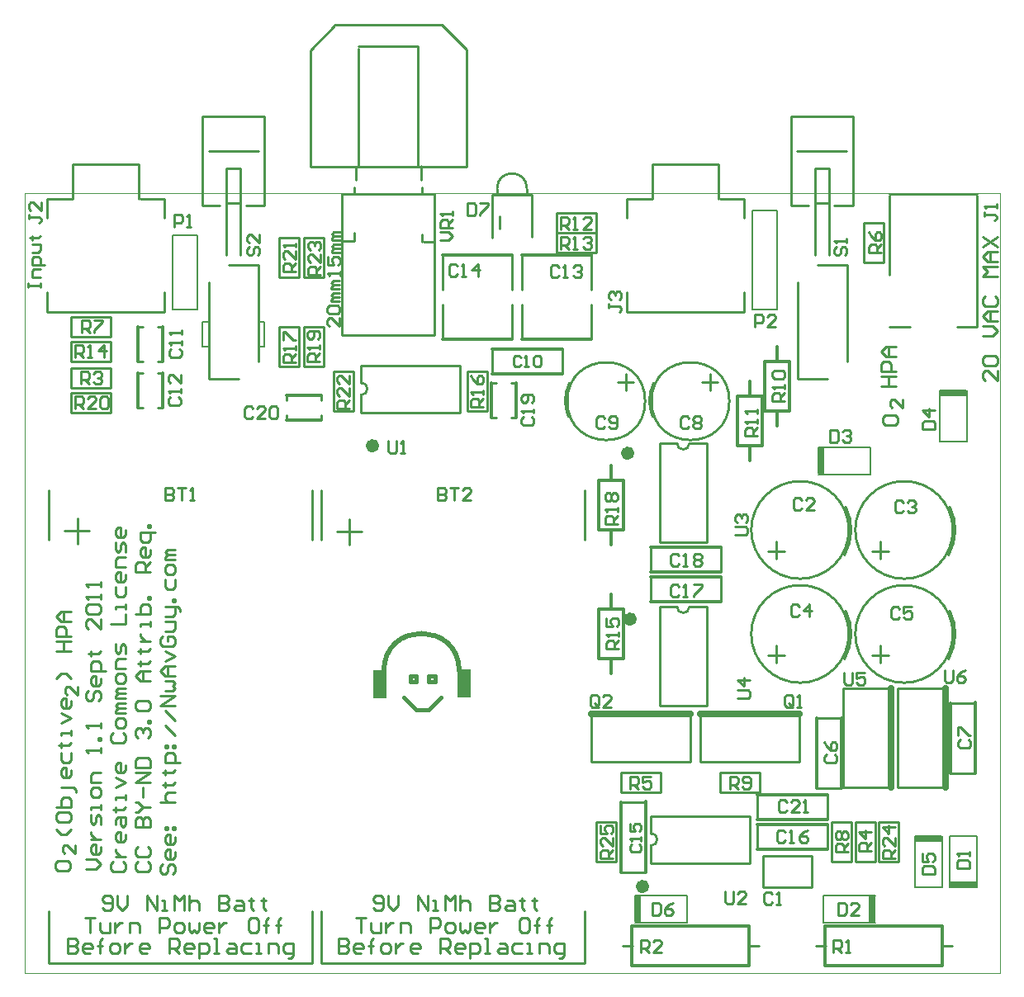
<source format=gto>
%FSTAX24Y24*%
%MOIN*%
G70*
G01*
G75*
G04 Layer_Color=65535*
%ADD10C,0.0200*%
%ADD11C,0.0220*%
%ADD12C,0.0160*%
%ADD13C,0.0100*%
%ADD14C,0.0150*%
%ADD15C,0.0120*%
%ADD16C,0.0300*%
%ADD17C,0.0250*%
%ADD18C,0.0450*%
%ADD19C,0.0420*%
%ADD20C,0.1000*%
%ADD21C,0.0350*%
%ADD22C,0.0500*%
%ADD23C,0.0600*%
%ADD24C,0.0700*%
%ADD25C,0.0400*%
%ADD26C,0.0550*%
%ADD27C,0.0380*%
%ADD28C,0.0750*%
%ADD29R,0.0559X0.1130*%
%ADD30C,0.0010*%
%ADD31C,0.0670*%
%ADD32O,0.0748X0.0984*%
%ADD33O,0.0787X0.0984*%
%ADD34O,0.0950X0.1400*%
%ADD35O,0.0900X0.1400*%
%ADD36O,0.1400X0.0950*%
%ADD37C,0.0750*%
%ADD38C,0.0580*%
%ADD39C,0.0640*%
%ADD40C,0.0660*%
%ADD41R,0.0660X0.0660*%
%ADD42C,0.0550*%
%ADD43O,0.0540X0.0580*%
%ADD44C,0.0540*%
%ADD45C,0.0500*%
%ADD46C,0.1600*%
%ADD47C,0.1450*%
%ADD48C,0.0700*%
%ADD49O,0.0740X0.1500*%
%ADD50O,0.1500X0.0740*%
%ADD51C,0.0600*%
%ADD52C,0.0800*%
%ADD53O,0.0550X0.0650*%
%ADD54R,0.0550X0.0650*%
%ADD55R,0.0580X0.0580*%
%ADD56O,0.0650X0.0550*%
%ADD57R,0.0650X0.0550*%
%ADD58R,0.0787X0.0787*%
%ADD59C,0.0787*%
%ADD60R,0.0787X0.0787*%
%ADD61R,0.0730X0.0800*%
%ADD62R,0.0690X0.0800*%
%ADD63O,0.0690X0.0800*%
%ADD64C,0.1370*%
%ADD65C,0.0630*%
%ADD66C,0.0079*%
%ADD67C,0.0118*%
%ADD68C,0.0080*%
%ADD69C,0.0090*%
%ADD70R,0.0315X0.1102*%
%ADD71R,0.1102X0.0315*%
D10*
X-002139Y-0193D02*
G03*
X-005181Y-0193I-001521J0D01*
G01*
D13*
X005711Y-007658D02*
G03*
X005665Y-00902I00149J-000732D01*
G01*
X008765Y-0084D02*
G03*
X008765Y-0084I-00157J0D01*
G01*
X00059Y0002D02*
G03*
X-00061Y0002I-0006J0D01*
G01*
X01359Y-0136D02*
G03*
X01359Y-0136I-00197J0D01*
G01*
X013419Y-014608D02*
G03*
X01346Y-01266I-001811J001013D01*
G01*
X01359Y-0178D02*
G03*
X01359Y-0178I-00197J0D01*
G01*
X013419Y-018808D02*
G03*
X01346Y-01686I-001811J001013D01*
G01*
X01779Y-0136D02*
G03*
X01779Y-0136I-00197J0D01*
G01*
X017619Y-014608D02*
G03*
X01766Y-01266I-001811J001013D01*
G01*
X01779Y-0178D02*
G03*
X01779Y-0178I-00197J0D01*
G01*
X017619Y-018808D02*
G03*
X01766Y-01686I-001811J001013D01*
G01*
X0056Y-02635D02*
G03*
X0056Y-02585I0J00025D01*
G01*
X-0061Y-00815D02*
G03*
X-0061Y-00765I0J00025D01*
G01*
X00665Y-0101D02*
G03*
X00715Y-0101I00025J0D01*
G01*
X00665Y-0167D02*
G03*
X00715Y-0167I00025J0D01*
G01*
X005365Y-0084D02*
G03*
X005365Y-0084I-00157J0D01*
G01*
X002311Y-007658D02*
G03*
X002265Y-00902I00149J-000732D01*
G01*
X004638Y-004786D02*
Y-003998D01*
X009362Y-004786D02*
Y-003998D01*
X009359Y-001D02*
Y-000219D01*
X004634D02*
X005622D01*
X004634Y-001D02*
Y-000219D01*
X008339D02*
Y001159D01*
X008378Y-000219D02*
X009362D01*
X004638Y-004786D02*
X009362D01*
X005661Y-000219D02*
Y001159D01*
X008339D01*
X-017739D02*
X-015061D01*
X-017739Y-000219D02*
Y001159D01*
X-018762Y-004786D02*
X-014038D01*
X-015022Y-000219D02*
X-014038D01*
X-015061D02*
Y001159D01*
X-018766Y-001D02*
Y-000219D01*
X-017778D01*
X-014041Y-001D02*
Y-000219D01*
X-014038Y-004786D02*
Y-003998D01*
X-018762Y-004786D02*
Y-003998D01*
X-018705Y-031094D02*
X-008075D01*
X-00807D02*
Y-029D01*
X-01871Y-031094D02*
Y-029D01*
Y-014D02*
Y-012D01*
X-00807Y-014D02*
Y-012D01*
X00293Y-014D02*
Y-012D01*
X-00771Y-014D02*
Y-012D01*
Y-031094D02*
Y-029D01*
X00293Y-031094D02*
Y-029D01*
X-007705Y-031094D02*
X002925D01*
X007995Y-00795D02*
Y-00729D01*
X007675Y-00762D02*
X008295D01*
X012084Y-02803D02*
Y-02677D01*
X010116Y-02803D02*
Y-02677D01*
X012084D01*
X010116Y-02803D02*
X012084D01*
X-0084Y-007D02*
Y-0054D01*
Y-007D02*
X-0076D01*
Y-0054D01*
X-0084D02*
X-0076D01*
X-0094Y-0034D02*
Y-0018D01*
Y-0034D02*
X-0086D01*
Y-0018D01*
X-0094D02*
X-0086D01*
X-0072Y-0088D02*
Y-0072D01*
Y-0088D02*
X-0064D01*
Y-0072D01*
X-0072D02*
X-0064D01*
X-0178Y-00885D02*
X-0162D01*
Y-00805D01*
X-0178D02*
X-0162D01*
X-0178Y-00885D02*
Y-00805D01*
Y-00785D02*
X-0162D01*
Y-00705D01*
X-0178D02*
X-0162D01*
X-0178Y-00785D02*
Y-00705D01*
X0018Y-0016D02*
X0034D01*
X0018Y-0024D02*
Y-0016D01*
Y-0024D02*
X0034D01*
Y-0016D01*
X-0094Y-007D02*
Y-0054D01*
Y-007D02*
X-0086D01*
Y-0054D01*
X-0094D02*
X-0086D01*
X-0018Y-0088D02*
Y-0072D01*
Y-0088D02*
X-001D01*
Y-0072D01*
X-0018D02*
X-001D01*
X-0178Y-0068D02*
X-0162D01*
Y-006D01*
X-0178D02*
X-0162D01*
X-0178Y-0068D02*
Y-006D01*
Y-0058D02*
X-0162D01*
Y-005D01*
X-0178D02*
X-0162D01*
X-0178Y-0058D02*
Y-005D01*
X0018Y-0008D02*
X0034D01*
X0018Y-0016D02*
Y-0008D01*
Y-0016D02*
X0034D01*
Y-0008D01*
X0084Y-0242D02*
X01D01*
Y-0234D01*
X0084D02*
X01D01*
X0084Y-0242D02*
Y-0234D01*
X0137Y-027D02*
Y-0254D01*
X0129D02*
X0137D01*
X0129Y-027D02*
Y-0254D01*
Y-027D02*
X0137D01*
X0142Y-0028D02*
Y-0012D01*
Y-0028D02*
X015D01*
Y-0012D01*
X0142D02*
X015D01*
X0044Y-0242D02*
X006D01*
Y-0234D01*
X0044D02*
X006D01*
X0044Y-0242D02*
Y-0234D01*
X01465Y-027D02*
Y-0254D01*
X01385D02*
X01465D01*
X01385Y-027D02*
Y-0254D01*
Y-027D02*
X01465D01*
X-0084Y-0034D02*
Y-0018D01*
Y-0034D02*
X-0076D01*
Y-0018D01*
X-0084D02*
X-0076D01*
X0148Y-027D02*
Y-0254D01*
Y-027D02*
X0156D01*
Y-0254D01*
X0148D02*
X0156D01*
X0034Y-027D02*
Y-0254D01*
Y-027D02*
X0042D01*
Y-0254D01*
X0034D02*
X0042D01*
X009883Y-025292D02*
Y-0243D01*
X012717Y-025292D02*
Y-0243D01*
X0044Y-024583D02*
X005392D01*
X0044Y-027417D02*
X005392D01*
X012308Y-024017D02*
X0133D01*
X012308Y-021183D02*
X0133D01*
X0177Y-020583D02*
X018692D01*
X0177Y-023417D02*
X018692D01*
X008417Y-016492D02*
Y-0155D01*
X005583Y-016492D02*
Y-0155D01*
X-000817Y-0073D02*
Y-006308D01*
X002017Y-0073D02*
Y-006308D01*
X008417Y-015292D02*
Y-0143D01*
X005583Y-015292D02*
Y-0143D01*
X012717Y-026492D02*
Y-0255D01*
X009883Y-026492D02*
Y-0255D01*
X01523Y-000019D02*
X01876D01*
X01797Y-00541D02*
X01877D01*
X01523D02*
X01606D01*
X01877D02*
Y-00009D01*
X01523Y-00331D02*
Y-00009D01*
X0032Y-0059D02*
Y-0045D01*
Y-0039D02*
Y-0025D01*
X0004Y-0059D02*
Y-0045D01*
Y-0039D02*
Y-0025D01*
X-0028Y-0039D02*
Y-0025D01*
Y-0059D02*
Y-0045D01*
X0Y-0039D02*
Y-0025D01*
Y-0059D02*
Y-0045D01*
X-0005Y-00144D02*
Y-00093D01*
X-0008Y-00006D02*
X0008D01*
Y-00177D02*
Y-00006D01*
X-0008Y-00179D02*
Y-00006D01*
X00059Y-00003D02*
Y00017D01*
X-00061Y-00002D02*
Y00017D01*
X01735Y-0304D02*
X01775D01*
X01225D02*
X01266D01*
X00955D02*
X00995D01*
X00445D02*
X00486D01*
X0076Y-02295D02*
X0116D01*
X0076D02*
Y-02102D01*
X0116Y-02295D02*
Y-02102D01*
X0032Y-02295D02*
X0072D01*
X0032D02*
Y-02102D01*
X0072Y-02295D02*
Y-02102D01*
X01335Y-024D02*
Y-02D01*
X01528D01*
X01335Y-024D02*
X01528D01*
X01555D02*
Y-02D01*
X01748D01*
X01555Y-024D02*
X01748D01*
X01034Y-01446D02*
X01098D01*
X01066Y-01478D02*
Y-01406D01*
X01034Y-01866D02*
X01098D01*
X01066Y-01898D02*
Y-01826D01*
X01454Y-01446D02*
X01518D01*
X01486Y-01478D02*
Y-01406D01*
X01454Y-01866D02*
X01518D01*
X01486Y-01898D02*
Y-01826D01*
X0115Y00169D02*
X0135D01*
X013Y-0005D02*
X01375D01*
X01125D02*
X01195D01*
X01125Y00309D02*
X01375D01*
Y-0005D02*
Y00309D01*
X01125Y-0005D02*
Y00309D01*
X01221Y-0004D02*
X01279D01*
X01221Y001D02*
X01279D01*
X01221Y-0025D02*
Y001D01*
X01151Y-0075D02*
Y-0036D01*
Y-0075D02*
X01271D01*
X01351Y-0068D02*
Y-0029D01*
X01231D02*
X01351D01*
X01279Y-0025D02*
Y001D01*
X-0143Y-0054D02*
X-0141D01*
X-0151D02*
X-0149D01*
X-0151Y-0068D02*
X-0149D01*
X-0143D02*
X-0141D01*
X-0143Y-00725D02*
X-0141D01*
X-0151D02*
X-0149D01*
X-0151Y-00865D02*
X-0149D01*
X-0143D02*
X-0141D01*
X-0077Y-00915D02*
Y-00895D01*
Y-00835D02*
Y-00815D01*
X-0091Y-00835D02*
Y-00815D01*
Y-00915D02*
Y-00895D01*
X-00005Y-00765D02*
X00015D01*
X-00085D02*
X-00065D01*
X-00085Y-00905D02*
X-00065D01*
X-00005D02*
X00015D01*
X0056Y-02515D02*
X0096D01*
X0056Y-02705D02*
Y-02635D01*
Y-02585D02*
Y-02515D01*
X0096Y-02705D02*
Y-02515D01*
X0056Y-02705D02*
X0096D01*
X-0061Y-00695D02*
X-0021D01*
X-0061Y-00885D02*
Y-00815D01*
Y-00765D02*
Y-00695D01*
X-0021Y-00885D02*
Y-00695D01*
X-0061Y-00885D02*
X-0021D01*
X00785Y-0141D02*
Y-0101D01*
X00595D02*
X00665D01*
X00715D02*
X00785D01*
X00595Y-0141D02*
X00785D01*
X00595D02*
Y-0101D01*
X-01755Y-01417D02*
Y-01312D01*
X-01807Y-01364D02*
X-01707D01*
X00595Y-0207D02*
Y-0167D01*
Y-0207D02*
X00785D01*
X00715Y-0167D02*
X00785D01*
X00595D02*
X00665D01*
X00785Y-0207D02*
Y-0167D01*
X-01096Y-0025D02*
Y001D01*
X-01144Y-0029D02*
X-01024D01*
Y-0068D02*
Y-0029D01*
X-01224Y-0075D02*
X-01104D01*
X-01224D02*
Y-0036D01*
X-01154Y-0025D02*
Y001D01*
X-01096D01*
X-01154Y-0004D02*
X-01096D01*
X-0125Y-0005D02*
Y00309D01*
X-01Y-0005D02*
Y00309D01*
X-0125D02*
X-01D01*
X-0125Y-0005D02*
X-0118D01*
X-01075D02*
X-01D01*
X-01225Y00169D02*
X-01025D01*
X004275Y-00762D02*
X004895D01*
X004595Y-00795D02*
Y-00729D01*
X-00658Y-0142D02*
Y-01315D01*
X-00709Y-01365D02*
X-00609D01*
X-00636Y-001947D02*
Y-0016D01*
X-00681Y-001947D02*
X-00642D01*
X-00364Y-00195D02*
Y-00165D01*
X-00358Y-00195D02*
X-003189D01*
X-00815Y001084D02*
Y005779D01*
X-007165Y006763D01*
Y006793D01*
X-00185Y001084D02*
Y005809D01*
X-002835Y006793D02*
X-00185Y005809D01*
X-007165Y006793D02*
X-002835D01*
X-00815Y001084D02*
X-00185D01*
X-0062Y001074D02*
Y005848D01*
X-0038Y001094D02*
Y005927D01*
X-00622D02*
X-00382D01*
X-00313Y-005727D02*
Y-00195D01*
X-00687Y-005727D02*
X-00313D01*
X-00687D02*
Y-001947D01*
X-003661Y000523D02*
Y001094D01*
X-006319Y000523D02*
Y001074D01*
X-00636Y-000047D02*
Y00025D01*
X-003642Y000012D02*
X-00364Y000248D01*
X-00313Y-003827D02*
Y-000047D01*
X-00687D02*
X-00313D01*
X-00687Y-003827D02*
Y-000047D01*
X010493Y-028313D02*
X01041Y-02823D01*
X010243D01*
X01016Y-028313D01*
Y-028647D01*
X010243Y-02873D01*
X01041D01*
X010493Y-028647D01*
X01066Y-02873D02*
X010826D01*
X010743D01*
Y-02823D01*
X01066Y-028313D01*
X000453Y-009047D02*
X00037Y-00913D01*
Y-009297D01*
X000453Y-00938D01*
X000787D01*
X00087Y-009297D01*
Y-00913D01*
X000787Y-009047D01*
X00087Y-00888D02*
Y-008714D01*
Y-008797D01*
X00037D01*
X000453Y-00888D01*
X000787Y-008464D02*
X00087Y-00838D01*
Y-008214D01*
X000787Y-00813D01*
X000453D01*
X00037Y-008214D01*
Y-00838D01*
X000453Y-008464D01*
X000537D01*
X00062Y-00838D01*
Y-00813D01*
X-010467Y-008683D02*
X-01055Y-0086D01*
X-010717D01*
X-0108Y-008683D01*
Y-009017D01*
X-010717Y-0091D01*
X-01055D01*
X-010467Y-009017D01*
X-009967Y-0091D02*
X-0103D01*
X-009967Y-008767D01*
Y-008683D01*
X-01005Y-0086D01*
X-010217D01*
X-0103Y-008683D01*
X-0098D02*
X-009717Y-0086D01*
X-00955D01*
X-009467Y-008683D01*
Y-009017D01*
X-00955Y-0091D01*
X-009717D01*
X-0098Y-009017D01*
Y-008683D01*
X-00776Y-00681D02*
X-00826D01*
Y-00656D01*
X-008177Y-006477D01*
X-00801D01*
X-007927Y-00656D01*
Y-00681D01*
Y-006643D02*
X-00776Y-006477D01*
Y-00631D02*
Y-006144D01*
Y-006227D01*
X-00826D01*
X-008177Y-00631D01*
X-007843Y-005894D02*
X-00776Y-00581D01*
Y-005644D01*
X-007843Y-00556D01*
X-008177D01*
X-00826Y-005644D01*
Y-00581D01*
X-008177Y-005894D01*
X-008093D01*
X-00801Y-00581D01*
Y-00556D01*
X011013Y-025813D02*
X01093Y-02573D01*
X010763D01*
X01068Y-025813D01*
Y-026147D01*
X010763Y-02623D01*
X01093D01*
X011013Y-026147D01*
X01118Y-02623D02*
X011346D01*
X011263D01*
Y-02573D01*
X01118Y-025813D01*
X01193Y-02573D02*
X011763Y-025813D01*
X011596Y-02598D01*
Y-026147D01*
X01168Y-02623D01*
X011846D01*
X01193Y-026147D01*
Y-026063D01*
X011846Y-02598D01*
X011596D01*
X-003Y-0119D02*
Y-0124D01*
X-00275D01*
X-002667Y-012317D01*
Y-012233D01*
X-00275Y-01215D01*
X-003D01*
X-00275D01*
X-002667Y-012067D01*
Y-011983D01*
X-00275Y-0119D01*
X-003D01*
X-0025D02*
X-002167D01*
X-002334D01*
Y-0124D01*
X-001667D02*
X-002D01*
X-001667Y-012067D01*
Y-011983D01*
X-00175Y-0119D01*
X-001917D01*
X-002Y-011983D01*
X-014Y-0119D02*
Y-0124D01*
X-01375D01*
X-013667Y-012317D01*
Y-012233D01*
X-01375Y-01215D01*
X-014D01*
X-01375D01*
X-013667Y-012067D01*
Y-011983D01*
X-01375Y-0119D01*
X-014D01*
X-0135D02*
X-013167D01*
X-013334D01*
Y-0124D01*
X-013D02*
X-012834D01*
X-012917D01*
Y-0119D01*
X-013Y-011983D01*
X-002217Y-002933D02*
X-0023Y-00285D01*
X-002467D01*
X-00255Y-002933D01*
Y-003267D01*
X-002467Y-00335D01*
X-0023D01*
X-002217Y-003267D01*
X-00205Y-00335D02*
X-001884D01*
X-001967D01*
Y-00285D01*
X-00205Y-002933D01*
X-001384Y-00335D02*
Y-00285D01*
X-001634Y-0031D01*
X-0013D01*
X-0029Y-0019D02*
X-002567D01*
X-0024Y-001733D01*
X-002567Y-001567D01*
X-0029D01*
X-0024Y-0014D02*
X-0029D01*
Y-00115D01*
X-002817Y-001067D01*
X-00265D01*
X-002567Y-00115D01*
Y-0014D01*
Y-001234D02*
X-0024Y-001067D01*
Y-0009D02*
Y-000734D01*
Y-000817D01*
X-0029D01*
X-002817Y-0009D01*
X01745Y-01925D02*
Y-019667D01*
X017533Y-01975D01*
X0177D01*
X017783Y-019667D01*
Y-01925D01*
X018283D02*
X018116Y-019333D01*
X01795Y-0195D01*
Y-019667D01*
X018033Y-01975D01*
X0182D01*
X018283Y-019667D01*
Y-019583D01*
X0182Y-0195D01*
X01795D01*
X0134Y-01935D02*
Y-019767D01*
X013483Y-01985D01*
X01365D01*
X013733Y-019767D01*
Y-01935D01*
X014233D02*
X0139D01*
Y-0196D01*
X014066Y-019517D01*
X01415D01*
X014233Y-0196D01*
Y-019767D01*
X01415Y-01985D01*
X013983D01*
X0139Y-019767D01*
X009Y-0138D02*
X009417D01*
X0095Y-013717D01*
Y-01355D01*
X009417Y-013467D01*
X009D01*
X009083Y-0133D02*
X009Y-013217D01*
Y-01305D01*
X009083Y-012967D01*
X009167D01*
X00925Y-01305D01*
Y-013134D01*
Y-01305D01*
X009333Y-012967D01*
X009417D01*
X0095Y-01305D01*
Y-013217D01*
X009417Y-0133D01*
X-005Y-01D02*
Y-010417D01*
X-004917Y-0105D01*
X-00475D01*
X-004667Y-010417D01*
Y-01D01*
X-0045Y-0105D02*
X-004334D01*
X-004417D01*
Y-01D01*
X-0045Y-010083D01*
X013083Y-002167D02*
X013Y-00225D01*
Y-002417D01*
X013083Y-0025D01*
X013167D01*
X01325Y-002417D01*
Y-00225D01*
X013333Y-002167D01*
X013417D01*
X0135Y-00225D01*
Y-002417D01*
X013417Y-0025D01*
X0135Y-002D02*
Y-001834D01*
Y-001917D01*
X013D01*
X013083Y-002D01*
X-00875Y-00318D02*
X-00925D01*
Y-00293D01*
X-009167Y-002847D01*
X-009D01*
X-008917Y-00293D01*
Y-00318D01*
Y-003013D02*
X-00875Y-002847D01*
Y-002347D02*
Y-00268D01*
X-009083Y-002347D01*
X-009167D01*
X-00925Y-00243D01*
Y-002597D01*
X-009167Y-00268D01*
X-00875Y-00218D02*
Y-002014D01*
Y-002097D01*
X-00925D01*
X-009167Y-00218D01*
X-00656Y-00869D02*
X-00706D01*
Y-00844D01*
X-006977Y-008357D01*
X-00681D01*
X-006727Y-00844D01*
Y-00869D01*
Y-008523D02*
X-00656Y-008357D01*
Y-007857D02*
Y-00819D01*
X-006893Y-007857D01*
X-006977D01*
X-00706Y-00794D01*
Y-008107D01*
X-006977Y-00819D01*
X-00656Y-007357D02*
Y-00769D01*
X-006893Y-007357D01*
X-006977D01*
X-00706Y-00744D01*
Y-007607D01*
X-006977Y-00769D01*
X00425Y-01335D02*
X00375D01*
Y-0131D01*
X003833Y-013017D01*
X004D01*
X004083Y-0131D01*
Y-01335D01*
Y-013183D02*
X00425Y-013017D01*
Y-01285D02*
Y-012684D01*
Y-012767D01*
X00375D01*
X003833Y-01285D01*
Y-012434D02*
X00375Y-01235D01*
Y-012184D01*
X003833Y-0121D01*
X003917D01*
X004Y-012184D01*
X004083Y-0121D01*
X004167D01*
X00425Y-012184D01*
Y-01235D01*
X004167Y-012434D01*
X004083D01*
X004Y-01235D01*
X003917Y-012434D01*
X003833D01*
X004Y-01235D02*
Y-012184D01*
X-01764Y-0087D02*
Y-0082D01*
X-01739D01*
X-017307Y-008283D01*
Y-00845D01*
X-01739Y-008533D01*
X-01764D01*
X-017473D02*
X-017307Y-0087D01*
X-016807D02*
X-01714D01*
X-016807Y-008367D01*
Y-008283D01*
X-01689Y-0082D01*
X-017057D01*
X-01714Y-008283D01*
X-01664D02*
X-016557Y-0082D01*
X-01639D01*
X-016307Y-008283D01*
Y-008617D01*
X-01639Y-0087D01*
X-016557D01*
X-01664Y-008617D01*
Y-008283D01*
X-0174Y-00771D02*
Y-00721D01*
X-01715D01*
X-017067Y-007293D01*
Y-00746D01*
X-01715Y-007543D01*
X-0174D01*
X-017233D02*
X-017067Y-00771D01*
X-0169Y-007293D02*
X-016817Y-00721D01*
X-01665D01*
X-016567Y-007293D01*
Y-007377D01*
X-01665Y-00746D01*
X-016734D01*
X-01665D01*
X-016567Y-007543D01*
Y-007627D01*
X-01665Y-00771D01*
X-016817D01*
X-0169Y-007627D01*
X00195Y-00225D02*
Y-00175D01*
X0022D01*
X002283Y-001833D01*
Y-002D01*
X0022Y-002083D01*
X00195D01*
X002117D02*
X002283Y-00225D01*
X00245D02*
X002616D01*
X002533D01*
Y-00175D01*
X00245Y-001833D01*
X002866D02*
X00295Y-00175D01*
X003116D01*
X0032Y-001833D01*
Y-001917D01*
X003116Y-002D01*
X003033D01*
X003116D01*
X0032Y-002083D01*
Y-002167D01*
X003116Y-00225D01*
X00295D01*
X002866Y-002167D01*
X0043Y-0184D02*
X0038D01*
Y-01815D01*
X003883Y-018067D01*
X00405D01*
X004133Y-01815D01*
Y-0184D01*
Y-018233D02*
X0043Y-018067D01*
Y-0179D02*
Y-017734D01*
Y-017817D01*
X0038D01*
X003883Y-0179D01*
X0038Y-01715D02*
Y-017484D01*
X00405D01*
X003967Y-017317D01*
Y-017234D01*
X00405Y-01715D01*
X004217D01*
X0043Y-017234D01*
Y-0174D01*
X004217Y-017484D01*
X-00875Y-00684D02*
X-00925D01*
Y-00659D01*
X-009167Y-006507D01*
X-009D01*
X-008917Y-00659D01*
Y-00684D01*
Y-006673D02*
X-00875Y-006507D01*
Y-00634D02*
Y-006174D01*
Y-006257D01*
X-00925D01*
X-009167Y-00634D01*
X-00925Y-005924D02*
Y-00559D01*
X-009167D01*
X-008833Y-005924D01*
X-00875D01*
X-00117Y-00862D02*
X-00167D01*
Y-00837D01*
X-001587Y-008287D01*
X-00142D01*
X-001337Y-00837D01*
Y-00862D01*
Y-008453D02*
X-00117Y-008287D01*
Y-00812D02*
Y-007954D01*
Y-008037D01*
X-00167D01*
X-001587Y-00812D01*
X-00167Y-00737D02*
X-001587Y-007537D01*
X-00142Y-007704D01*
X-001253D01*
X-00117Y-00762D01*
Y-007454D01*
X-001253Y-00737D01*
X-001337D01*
X-00142Y-007454D01*
Y-007704D01*
X0099Y-0098D02*
X0094D01*
Y-00955D01*
X009483Y-009467D01*
X00965D01*
X009733Y-00955D01*
Y-0098D01*
Y-009633D02*
X0099Y-009467D01*
Y-0093D02*
Y-009134D01*
Y-009217D01*
X0094D01*
X009483Y-0093D01*
X0099Y-008884D02*
Y-008717D01*
Y-0088D01*
X0094D01*
X009483Y-008884D01*
X-01764Y-00663D02*
Y-00613D01*
X-01739D01*
X-017307Y-006213D01*
Y-00638D01*
X-01739Y-006463D01*
X-01764D01*
X-017473D02*
X-017307Y-00663D01*
X-01714D02*
X-016974D01*
X-017057D01*
Y-00613D01*
X-01714Y-006213D01*
X-016474Y-00663D02*
Y-00613D01*
X-016724Y-00638D01*
X-01639D01*
X-01737Y-00563D02*
Y-00513D01*
X-01712D01*
X-017037Y-005213D01*
Y-00538D01*
X-01712Y-005463D01*
X-01737D01*
X-017203D02*
X-017037Y-00563D01*
X-01687Y-00513D02*
X-016537D01*
Y-005213D01*
X-01687Y-005547D01*
Y-00563D01*
X00195Y-00145D02*
Y-00095D01*
X0022D01*
X002283Y-001033D01*
Y-0012D01*
X0022Y-001283D01*
X00195D01*
X002117D02*
X002283Y-00145D01*
X00245D02*
X002616D01*
X002533D01*
Y-00095D01*
X00245Y-001033D01*
X0032Y-00145D02*
X002866D01*
X0032Y-001117D01*
Y-001033D01*
X003116Y-00095D01*
X00295D01*
X002866Y-001033D01*
X011Y-0084D02*
X0105D01*
Y-00815D01*
X010583Y-008067D01*
X01075D01*
X010833Y-00815D01*
Y-0084D01*
Y-008233D02*
X011Y-008067D01*
Y-0079D02*
Y-007734D01*
Y-007817D01*
X0105D01*
X010583Y-0079D01*
Y-007484D02*
X0105Y-0074D01*
Y-007234D01*
X010583Y-00715D01*
X010917D01*
X011Y-007234D01*
Y-0074D01*
X010917Y-007484D01*
X010583D01*
X00878Y-02405D02*
Y-02355D01*
X00903D01*
X009113Y-023633D01*
Y-0238D01*
X00903Y-023883D01*
X00878D01*
X008947D02*
X009113Y-02405D01*
X00928Y-023967D02*
X009363Y-02405D01*
X00953D01*
X009613Y-023967D01*
Y-023633D01*
X00953Y-02355D01*
X009363D01*
X00928Y-023633D01*
Y-023717D01*
X009363Y-0238D01*
X009613D01*
X01355Y-0266D02*
X01305D01*
Y-02635D01*
X013133Y-026267D01*
X0133D01*
X013383Y-02635D01*
Y-0266D01*
Y-026433D02*
X01355Y-026267D01*
X013133Y-0261D02*
X01305Y-026017D01*
Y-02585D01*
X013133Y-025767D01*
X013217D01*
X0133Y-02585D01*
X013383Y-025767D01*
X013467D01*
X01355Y-02585D01*
Y-026017D01*
X013467Y-0261D01*
X013383D01*
X0133Y-026017D01*
X013217Y-0261D01*
X013133D01*
X0133Y-026017D02*
Y-02585D01*
X0149Y-0024D02*
X0144D01*
Y-00215D01*
X014483Y-002067D01*
X01465D01*
X014733Y-00215D01*
Y-0024D01*
Y-002233D02*
X0149Y-002067D01*
X0144Y-001567D02*
X014483Y-001734D01*
X01465Y-0019D01*
X014817D01*
X0149Y-001817D01*
Y-00165D01*
X014817Y-001567D01*
X014733D01*
X01465Y-00165D01*
Y-0019D01*
X00476Y-02405D02*
Y-02355D01*
X00501D01*
X005093Y-023633D01*
Y-0238D01*
X00501Y-023883D01*
X00476D01*
X004927D02*
X005093Y-02405D01*
X005593Y-02355D02*
X00526D01*
Y-0238D01*
X005426Y-023717D01*
X00551D01*
X005593Y-0238D01*
Y-023967D01*
X00551Y-02405D01*
X005343D01*
X00526Y-023967D01*
X0145Y-02655D02*
X014D01*
Y-0263D01*
X014083Y-026217D01*
X01425D01*
X014333Y-0263D01*
Y-02655D01*
Y-026383D02*
X0145Y-026217D01*
Y-0258D02*
X014D01*
X01425Y-02605D01*
Y-025717D01*
X00518Y-03065D02*
Y-03015D01*
X00543D01*
X005513Y-030233D01*
Y-0304D01*
X00543Y-030483D01*
X00518D01*
X005347D02*
X005513Y-03065D01*
X006013D02*
X00568D01*
X006013Y-030317D01*
Y-030233D01*
X00593Y-03015D01*
X005763D01*
X00568Y-030233D01*
X01296Y-03065D02*
Y-03015D01*
X01321D01*
X013293Y-030233D01*
Y-0304D01*
X01321Y-030483D01*
X01296D01*
X013127D02*
X013293Y-03065D01*
X01346D02*
X013626D01*
X013543D01*
Y-03015D01*
X01346Y-030233D01*
X003483Y-020667D02*
Y-020333D01*
X0034Y-02025D01*
X003233D01*
X00315Y-020333D01*
Y-020667D01*
X003233Y-02075D01*
X0034D01*
X003317Y-020583D02*
X003483Y-02075D01*
X0034D02*
X003483Y-020667D01*
X003983Y-02075D02*
X00365D01*
X003983Y-020417D01*
Y-020333D01*
X0039Y-02025D01*
X003733D01*
X00365Y-020333D01*
X011333Y-020667D02*
Y-020333D01*
X01125Y-02025D01*
X011083D01*
X011Y-020333D01*
Y-020667D01*
X011083Y-02075D01*
X01125D01*
X011167Y-020583D02*
X011333Y-02075D01*
X01125D02*
X011333Y-020667D01*
X0115Y-02075D02*
X011666D01*
X011583D01*
Y-02025D01*
X0115Y-020333D01*
X-01951Y-000867D02*
Y-001033D01*
Y-00095D01*
X-019093D01*
X-01901Y-001033D01*
Y-001117D01*
X-019093Y-0012D01*
X-01901Y-000367D02*
Y-0007D01*
X-019343Y-000367D01*
X-019427D01*
X-01951Y-00045D01*
Y-000617D01*
X-019427Y-0007D01*
X0039Y-004467D02*
Y-004633D01*
Y-00455D01*
X004317D01*
X0044Y-004633D01*
Y-004717D01*
X004317Y-0048D01*
X003983Y-0043D02*
X0039Y-004217D01*
Y-00405D01*
X003983Y-003967D01*
X004067D01*
X00415Y-00405D01*
Y-004134D01*
Y-00405D01*
X004233Y-003967D01*
X004317D01*
X0044Y-00405D01*
Y-004217D01*
X004317Y-0043D01*
X01905Y-000767D02*
Y-000933D01*
Y-00085D01*
X019467D01*
X01955Y-000933D01*
Y-001017D01*
X019467Y-0011D01*
X01955Y-0006D02*
Y-000434D01*
Y-000517D01*
X01905D01*
X019133Y-0006D01*
X-0018Y-0004D02*
Y-0009D01*
X-00155D01*
X-001467Y-000817D01*
Y-000483D01*
X-00155Y-0004D01*
X-0018D01*
X-0013D02*
X-000967D01*
Y-000483D01*
X-0013Y-000817D01*
Y-0009D01*
X00565Y-02865D02*
Y-02915D01*
X0059D01*
X005983Y-029067D01*
Y-028733D01*
X0059Y-02865D01*
X00565D01*
X006483D02*
X006316Y-028733D01*
X00615Y-0289D01*
Y-029067D01*
X006233Y-02915D01*
X0064D01*
X006483Y-029067D01*
Y-028983D01*
X0064Y-0289D01*
X00615D01*
X01655Y-0275D02*
X01705D01*
Y-02725D01*
X016967Y-027167D01*
X016633D01*
X01655Y-02725D01*
Y-0275D01*
Y-026667D02*
Y-027D01*
X0168D01*
X016717Y-026834D01*
Y-02675D01*
X0168Y-026667D01*
X016967D01*
X01705Y-02675D01*
Y-026917D01*
X016967Y-027D01*
X01656Y-00953D02*
X01706D01*
Y-00928D01*
X016977Y-009197D01*
X016643D01*
X01656Y-00928D01*
Y-00953D01*
X01706Y-00878D02*
X01656D01*
X01681Y-00903D01*
Y-008697D01*
X01284Y-00955D02*
Y-01005D01*
X01309D01*
X013173Y-009967D01*
Y-009633D01*
X01309Y-00955D01*
X01284D01*
X01334Y-009633D02*
X013423Y-00955D01*
X01359D01*
X013673Y-009633D01*
Y-009717D01*
X01359Y-0098D01*
X013506D01*
X01359D01*
X013673Y-009883D01*
Y-009967D01*
X01359Y-01005D01*
X013423D01*
X01334Y-009967D01*
X01315Y-02865D02*
Y-02915D01*
X0134D01*
X013483Y-029067D01*
Y-028733D01*
X0134Y-02865D01*
X01315D01*
X013983Y-02915D02*
X01365D01*
X013983Y-028817D01*
Y-028733D01*
X0139Y-02865D01*
X013733D01*
X01365Y-028733D01*
X01795Y-02725D02*
X01845D01*
Y-027D01*
X018367Y-026917D01*
X018033D01*
X01795Y-027D01*
Y-02725D01*
X01845Y-02675D02*
Y-026584D01*
Y-026667D01*
X01795D01*
X018033Y-02675D01*
X-013807Y-008237D02*
X-01389Y-00832D01*
Y-008487D01*
X-013807Y-00857D01*
X-013473D01*
X-01339Y-008487D01*
Y-00832D01*
X-013473Y-008237D01*
X-01339Y-00807D02*
Y-007904D01*
Y-007987D01*
X-01389D01*
X-013807Y-00807D01*
X-01339Y-00732D02*
Y-007654D01*
X-013723Y-00732D01*
X-013807D01*
X-01389Y-007404D01*
Y-00757D01*
X-013807Y-007654D01*
X001883Y-002983D02*
X0018Y-0029D01*
X001633D01*
X00155Y-002983D01*
Y-003317D01*
X001633Y-0034D01*
X0018D01*
X001883Y-003317D01*
X00205Y-0034D02*
X002216D01*
X002133D01*
Y-0029D01*
X00205Y-002983D01*
X002466D02*
X00255Y-0029D01*
X002716D01*
X0028Y-002983D01*
Y-003067D01*
X002716Y-00315D01*
X002633D01*
X002716D01*
X0028Y-003233D01*
Y-003317D01*
X002716Y-0034D01*
X00255D01*
X002466Y-003317D01*
X-013767Y-006287D02*
X-01385Y-00637D01*
Y-006537D01*
X-013767Y-00662D01*
X-013433D01*
X-01335Y-006537D01*
Y-00637D01*
X-013433Y-006287D01*
X-01335Y-00612D02*
Y-005954D01*
Y-006037D01*
X-01385D01*
X-013767Y-00612D01*
X-01335Y-005704D02*
Y-005537D01*
Y-00562D01*
X-01385D01*
X-013767Y-005704D01*
X006733Y-014633D02*
X00665Y-01455D01*
X006483D01*
X0064Y-014633D01*
Y-014967D01*
X006483Y-01505D01*
X00665D01*
X006733Y-014967D01*
X0069Y-01505D02*
X007066D01*
X006983D01*
Y-01455D01*
X0069Y-014633D01*
X007316D02*
X0074Y-01455D01*
X007566D01*
X00765Y-014633D01*
Y-014717D01*
X007566Y-0148D01*
X00765Y-014883D01*
Y-014967D01*
X007566Y-01505D01*
X0074D01*
X007316Y-014967D01*
Y-014883D01*
X0074Y-0148D01*
X007316Y-014717D01*
Y-014633D01*
X0074Y-0148D02*
X007566D01*
X007133Y-009083D02*
X00705Y-009D01*
X006883D01*
X0068Y-009083D01*
Y-009417D01*
X006883Y-0095D01*
X00705D01*
X007133Y-009417D01*
X0073Y-009083D02*
X007383Y-009D01*
X00755D01*
X007633Y-009083D01*
Y-009167D01*
X00755Y-00925D01*
X007633Y-009333D01*
Y-009417D01*
X00755Y-0095D01*
X007383D01*
X0073Y-009417D01*
Y-009333D01*
X007383Y-00925D01*
X0073Y-009167D01*
Y-009083D01*
X007383Y-00925D02*
X00755D01*
X006733Y-015883D02*
X00665Y-0158D01*
X006483D01*
X0064Y-015883D01*
Y-016217D01*
X006483Y-0163D01*
X00665D01*
X006733Y-016217D01*
X0069Y-0163D02*
X007066D01*
X006983D01*
Y-0158D01*
X0069Y-015883D01*
X007316Y-0158D02*
X00765D01*
Y-015883D01*
X007316Y-016217D01*
Y-0163D01*
X018083Y-022067D02*
X018Y-02215D01*
Y-022317D01*
X018083Y-0224D01*
X018417D01*
X0185Y-022317D01*
Y-02215D01*
X018417Y-022067D01*
X018Y-0219D02*
Y-021567D01*
X018083D01*
X018417Y-0219D01*
X0185D01*
X015633Y-016783D02*
X01555Y-0167D01*
X015383D01*
X0153Y-016783D01*
Y-017117D01*
X015383Y-0172D01*
X01555D01*
X015633Y-017117D01*
X016133Y-0167D02*
X0158D01*
Y-01695D01*
X015966Y-016867D01*
X01605D01*
X016133Y-01695D01*
Y-017117D01*
X01605Y-0172D01*
X015883D01*
X0158Y-017117D01*
X015783Y-012483D02*
X0157Y-0124D01*
X015533D01*
X01545Y-012483D01*
Y-012817D01*
X015533Y-0129D01*
X0157D01*
X015783Y-012817D01*
X01595Y-012483D02*
X016033Y-0124D01*
X0162D01*
X016283Y-012483D01*
Y-012567D01*
X0162Y-01265D01*
X016116D01*
X0162D01*
X016283Y-012733D01*
Y-012817D01*
X0162Y-0129D01*
X016033D01*
X01595Y-012817D01*
X012683Y-022667D02*
X0126Y-02275D01*
Y-022917D01*
X012683Y-023D01*
X013017D01*
X0131Y-022917D01*
Y-02275D01*
X013017Y-022667D01*
X0126Y-022167D02*
X012683Y-022334D01*
X01285Y-0225D01*
X013017D01*
X0131Y-022417D01*
Y-02225D01*
X013017Y-022167D01*
X012933D01*
X01285Y-02225D01*
Y-0225D01*
X011583Y-016683D02*
X0115Y-0166D01*
X011333D01*
X01125Y-016683D01*
Y-017017D01*
X011333Y-0171D01*
X0115D01*
X011583Y-017017D01*
X012Y-0171D02*
Y-0166D01*
X01175Y-01685D01*
X012083D01*
X011683Y-012383D02*
X0116Y-0123D01*
X011433D01*
X01135Y-012383D01*
Y-012717D01*
X011433Y-0128D01*
X0116D01*
X011683Y-012717D01*
X012183Y-0128D02*
X01185D01*
X012183Y-012467D01*
Y-012383D01*
X0121Y-0123D01*
X011933D01*
X01185Y-012383D01*
X003733Y-009083D02*
X00365Y-009D01*
X003483D01*
X0034Y-009083D01*
Y-009417D01*
X003483Y-0095D01*
X00365D01*
X003733Y-009417D01*
X0039D02*
X003983Y-0095D01*
X00415D01*
X004233Y-009417D01*
Y-009083D01*
X00415Y-009D01*
X003983D01*
X0039Y-009083D01*
Y-009167D01*
X003983Y-00925D01*
X004233D01*
X0086Y-0282D02*
Y-028617D01*
X008683Y-0287D01*
X00885D01*
X008933Y-028617D01*
Y-0282D01*
X009433Y-0287D02*
X0091D01*
X009433Y-028367D01*
Y-028283D01*
X00935Y-0282D01*
X009183D01*
X0091Y-028283D01*
X011083Y-024583D02*
X011Y-0245D01*
X010833D01*
X01075Y-024583D01*
Y-024917D01*
X010833Y-025D01*
X011D01*
X011083Y-024917D01*
X011583Y-025D02*
X01125D01*
X011583Y-024667D01*
Y-024583D01*
X0115Y-0245D01*
X011333D01*
X01125Y-024583D01*
X01175Y-025D02*
X011916D01*
X011833D01*
Y-0245D01*
X01175Y-024583D01*
X-01364Y-001357D02*
Y-000857D01*
X-01339D01*
X-013307Y-000941D01*
Y-001107D01*
X-01339Y-001191D01*
X-01364D01*
X-01314Y-001357D02*
X-012973D01*
X-013057D01*
Y-000857D01*
X-01314Y-000941D01*
X0098Y-0054D02*
Y-0049D01*
X01005D01*
X010133Y-004983D01*
Y-00515D01*
X01005Y-005233D01*
X0098D01*
X010633Y-0054D02*
X0103D01*
X010633Y-005067D01*
Y-004983D01*
X01055Y-0049D01*
X010383D01*
X0103Y-004983D01*
X-00774Y-00329D02*
X-00824D01*
Y-00304D01*
X-008157Y-002957D01*
X-00799D01*
X-007907Y-00304D01*
Y-00329D01*
Y-003123D02*
X-00774Y-002957D01*
Y-002457D02*
Y-00279D01*
X-008073Y-002457D01*
X-008157D01*
X-00824Y-00254D01*
Y-002707D01*
X-008157Y-00279D01*
Y-00229D02*
X-00824Y-002207D01*
Y-00204D01*
X-008157Y-001957D01*
X-008073D01*
X-00799Y-00204D01*
Y-002124D01*
Y-00204D01*
X-007907Y-001957D01*
X-007823D01*
X-00774Y-00204D01*
Y-002207D01*
X-007823Y-00229D01*
X01545Y-02685D02*
X01495D01*
Y-0266D01*
X015033Y-026517D01*
X0152D01*
X015283Y-0266D01*
Y-02685D01*
Y-026683D02*
X01545Y-026517D01*
Y-026017D02*
Y-02635D01*
X015117Y-026017D01*
X015033D01*
X01495Y-0261D01*
Y-026267D01*
X015033Y-02635D01*
X01545Y-0256D02*
X01495D01*
X0152Y-02585D01*
Y-025517D01*
X00407Y-02685D02*
X00357D01*
Y-0266D01*
X003653Y-026517D01*
X00382D01*
X003903Y-0266D01*
Y-02685D01*
Y-026683D02*
X00407Y-026517D01*
Y-026017D02*
Y-02635D01*
X003737Y-026017D01*
X003653D01*
X00357Y-0261D01*
Y-026267D01*
X003653Y-02635D01*
X00357Y-025517D02*
Y-02585D01*
X00382D01*
X003737Y-025684D01*
Y-0256D01*
X00382Y-025517D01*
X003987D01*
X00407Y-0256D01*
Y-025767D01*
X003987Y-02585D01*
X-010617Y-002167D02*
X-0107Y-00225D01*
Y-002417D01*
X-010617Y-0025D01*
X-010533D01*
X-01045Y-002417D01*
Y-00225D01*
X-010367Y-002167D01*
X-010283D01*
X-0102Y-00225D01*
Y-002417D01*
X-010283Y-0025D01*
X-0102Y-001667D02*
Y-002D01*
X-010533Y-001667D01*
X-010617D01*
X-0107Y-00175D01*
Y-001917D01*
X-010617Y-002D01*
X0091Y-0204D02*
X009517D01*
X0096Y-020317D01*
Y-02015D01*
X009517Y-020067D01*
X0091D01*
X0096Y-01965D02*
X0091D01*
X00935Y-0199D01*
Y-019567D01*
X-00695Y-00332D02*
Y-003153D01*
Y-003237D01*
X-00745D01*
X-007367Y-00332D01*
X-00745Y-00257D02*
Y-002903D01*
X-0072D01*
X-007283Y-002737D01*
Y-002654D01*
X-0072Y-00257D01*
X-007033D01*
X-00695Y-002654D01*
Y-00282D01*
X-007033Y-002903D01*
X-00695Y-002404D02*
X-007283D01*
Y-00232D01*
X-0072Y-002237D01*
X-00695D01*
X-0072D01*
X-007283Y-002154D01*
X-0072Y-00207D01*
X-00695D01*
Y-001904D02*
X-007283D01*
Y-00182D01*
X-0072Y-001737D01*
X-00695D01*
X-0072D01*
X-007283Y-001654D01*
X-0072Y-001571D01*
X-00695D01*
X-01725Y-02925D02*
X-01685D01*
X-01705D01*
Y-02985D01*
X-01665Y-02945D02*
Y-02975D01*
X-01655Y-02985D01*
X-01625D01*
Y-02945D01*
X-01605D02*
Y-02985D01*
Y-02965D01*
X-01595Y-02955D01*
X-01585Y-02945D01*
X-01575D01*
X-015451Y-02985D02*
Y-02945D01*
X-015151D01*
X-015051Y-02955D01*
Y-02985D01*
X-014251D02*
Y-02925D01*
X-013951D01*
X-013851Y-02935D01*
Y-02955D01*
X-013951Y-02965D01*
X-014251D01*
X-013551Y-02985D02*
X-013351D01*
X-013251Y-02975D01*
Y-02955D01*
X-013351Y-02945D01*
X-013551D01*
X-013651Y-02955D01*
Y-02975D01*
X-013551Y-02985D01*
X-013051Y-02945D02*
Y-02975D01*
X-012951Y-02985D01*
X-012851Y-02975D01*
X-012751Y-02985D01*
X-012651Y-02975D01*
Y-02945D01*
X-012152Y-02985D02*
X-012352D01*
X-012452Y-02975D01*
Y-02955D01*
X-012352Y-02945D01*
X-012152D01*
X-012052Y-02955D01*
Y-02965D01*
X-012452D01*
X-011852Y-02945D02*
Y-02985D01*
Y-02965D01*
X-011752Y-02955D01*
X-011652Y-02945D01*
X-011552D01*
X-010352Y-02925D02*
X-010552D01*
X-010652Y-02935D01*
Y-02975D01*
X-010552Y-02985D01*
X-010352D01*
X-010252Y-02975D01*
Y-02935D01*
X-010352Y-02925D01*
X-009952Y-02985D02*
Y-02935D01*
Y-02955D01*
X-010052D01*
X-009852D01*
X-009952D01*
Y-02935D01*
X-009852Y-02925D01*
X-009453Y-02985D02*
Y-02935D01*
Y-02955D01*
X-009552D01*
X-009353D01*
X-009453D01*
Y-02935D01*
X-009353Y-02925D01*
X-01795Y-0301D02*
Y-0307D01*
X-01765D01*
X-01755Y-0306D01*
Y-0305D01*
X-01765Y-0304D01*
X-01795D01*
X-01765D01*
X-01755Y-0303D01*
Y-0302D01*
X-01765Y-0301D01*
X-01795D01*
X-01705Y-0307D02*
X-01725D01*
X-01735Y-0306D01*
Y-0304D01*
X-01725Y-0303D01*
X-01705D01*
X-01695Y-0304D01*
Y-0305D01*
X-01735D01*
X-01665Y-0307D02*
Y-0302D01*
Y-0304D01*
X-01675D01*
X-01655D01*
X-01665D01*
Y-0302D01*
X-01655Y-0301D01*
X-016151Y-0307D02*
X-015951D01*
X-015851Y-0306D01*
Y-0304D01*
X-015951Y-0303D01*
X-016151D01*
X-016251Y-0304D01*
Y-0306D01*
X-016151Y-0307D01*
X-015651Y-0303D02*
Y-0307D01*
Y-0305D01*
X-015551Y-0304D01*
X-015451Y-0303D01*
X-015351D01*
X-014751Y-0307D02*
X-014951D01*
X-015051Y-0306D01*
Y-0304D01*
X-014951Y-0303D01*
X-014751D01*
X-014651Y-0304D01*
Y-0305D01*
X-015051D01*
X-013851Y-0307D02*
Y-0301D01*
X-013551D01*
X-013451Y-0302D01*
Y-0304D01*
X-013551Y-0305D01*
X-013851D01*
X-013651D02*
X-013451Y-0307D01*
X-012952D02*
X-013152D01*
X-013252Y-0306D01*
Y-0304D01*
X-013152Y-0303D01*
X-012952D01*
X-012852Y-0304D01*
Y-0305D01*
X-013252D01*
X-012652Y-0309D02*
Y-0303D01*
X-012352D01*
X-012252Y-0304D01*
Y-0306D01*
X-012352Y-0307D01*
X-012652D01*
X-012052D02*
X-011852D01*
X-011952D01*
Y-0301D01*
X-012052D01*
X-011452Y-0303D02*
X-011252D01*
X-011152Y-0304D01*
Y-0307D01*
X-011452D01*
X-011552Y-0306D01*
X-011452Y-0305D01*
X-011152D01*
X-010552Y-0303D02*
X-010852D01*
X-010952Y-0304D01*
Y-0306D01*
X-010852Y-0307D01*
X-010552D01*
X-010352D02*
X-010153D01*
X-010252D01*
Y-0303D01*
X-010352D01*
X-009853Y-0307D02*
Y-0303D01*
X-009553D01*
X-009453Y-0304D01*
Y-0307D01*
X-009053Y-0309D02*
X-008953D01*
X-008853Y-0308D01*
Y-0303D01*
X-009153D01*
X-009253Y-0304D01*
Y-0306D01*
X-009153Y-0307D01*
X-008853D01*
X-01655Y-02885D02*
X-01645Y-02895D01*
X-01625D01*
X-01615Y-02885D01*
Y-02845D01*
X-01625Y-02835D01*
X-01645D01*
X-01655Y-02845D01*
Y-02855D01*
X-01645Y-02865D01*
X-01615D01*
X-01595Y-02835D02*
Y-02875D01*
X-01575Y-02895D01*
X-01555Y-02875D01*
Y-02835D01*
X-014751Y-02895D02*
Y-02835D01*
X-014351Y-02895D01*
Y-02835D01*
X-014151Y-02895D02*
X-013951D01*
X-014051D01*
Y-02855D01*
X-014151D01*
X-013651Y-02895D02*
Y-02835D01*
X-013451Y-02855D01*
X-013251Y-02835D01*
Y-02895D01*
X-013051Y-02835D02*
Y-02895D01*
Y-02865D01*
X-012951Y-02855D01*
X-012751D01*
X-012651Y-02865D01*
Y-02895D01*
X-011852Y-02835D02*
Y-02895D01*
X-011552D01*
X-011452Y-02885D01*
Y-02875D01*
X-011552Y-02865D01*
X-011852D01*
X-011552D01*
X-011452Y-02855D01*
Y-02845D01*
X-011552Y-02835D01*
X-011852D01*
X-011152Y-02855D02*
X-010952D01*
X-010852Y-02865D01*
Y-02895D01*
X-011152D01*
X-011252Y-02885D01*
X-011152Y-02875D01*
X-010852D01*
X-010552Y-02845D02*
Y-02855D01*
X-010652D01*
X-010452D01*
X-010552D01*
Y-02885D01*
X-010452Y-02895D01*
X-010052Y-02845D02*
Y-02855D01*
X-010152D01*
X-009952D01*
X-010052D01*
Y-02885D01*
X-009952Y-02895D01*
X0196Y-00715D02*
Y-00755D01*
X0192Y-00715D01*
X0191D01*
X019Y-00725D01*
Y-00745D01*
X0191Y-00755D01*
Y-00695D02*
X019Y-00685D01*
Y-00665D01*
X0191Y-00655D01*
X0195D01*
X0196Y-00665D01*
Y-00685D01*
X0195Y-00695D01*
X0191D01*
X019Y-005751D02*
X0194D01*
X0196Y-005551D01*
X0194Y-005351D01*
X019D01*
X0196Y-005151D02*
X0192D01*
X019Y-004951D01*
X0192Y-004751D01*
X0196D01*
X0193D01*
Y-005151D01*
X0191Y-004151D02*
X019Y-004251D01*
Y-004451D01*
X0191Y-004551D01*
X0195D01*
X0196Y-004451D01*
Y-004251D01*
X0195Y-004151D01*
X0196Y-003351D02*
X019D01*
X0192Y-003151D01*
X019Y-002951D01*
X0196D01*
Y-002752D02*
X0192D01*
X019Y-002552D01*
X0192Y-002352D01*
X0196D01*
X0193D01*
Y-002752D01*
X019Y-002152D02*
X0196Y-001752D01*
X019D02*
X0196Y-002152D01*
X-01955Y-0038D02*
Y-003633D01*
Y-003717D01*
X-01905D01*
Y-0038D01*
Y-003633D01*
Y-003383D02*
X-019383D01*
Y-003134D01*
X-0193Y-00305D01*
X-01905D01*
X-018883Y-002884D02*
X-019383D01*
Y-002634D01*
X-0193Y-00255D01*
X-019133D01*
X-01905Y-002634D01*
Y-002884D01*
X-019383Y-002384D02*
X-019133D01*
X-01905Y-0023D01*
Y-002051D01*
X-019383D01*
X-019467Y-001801D02*
X-019383D01*
Y-001884D01*
Y-001717D01*
Y-001801D01*
X-019133D01*
X-01905Y-001717D01*
X-0056Y-02885D02*
X-0055Y-02895D01*
X-0053D01*
X-0052Y-02885D01*
Y-02845D01*
X-0053Y-02835D01*
X-0055D01*
X-0056Y-02845D01*
Y-02855D01*
X-0055Y-02865D01*
X-0052D01*
X-005Y-02835D02*
Y-02875D01*
X-0048Y-02895D01*
X-0046Y-02875D01*
Y-02835D01*
X-003801Y-02895D02*
Y-02835D01*
X-003401Y-02895D01*
Y-02835D01*
X-003201Y-02895D02*
X-003001D01*
X-003101D01*
Y-02855D01*
X-003201D01*
X-002701Y-02895D02*
Y-02835D01*
X-002501Y-02855D01*
X-002301Y-02835D01*
Y-02895D01*
X-002101Y-02835D02*
Y-02895D01*
Y-02865D01*
X-002001Y-02855D01*
X-001801D01*
X-001701Y-02865D01*
Y-02895D01*
X-000902Y-02835D02*
Y-02895D01*
X-000602D01*
X-000502Y-02885D01*
Y-02875D01*
X-000602Y-02865D01*
X-000902D01*
X-000602D01*
X-000502Y-02855D01*
Y-02845D01*
X-000602Y-02835D01*
X-000902D01*
X-000202Y-02855D02*
X-000002D01*
X000098Y-02865D01*
Y-02895D01*
X-000202D01*
X-000302Y-02885D01*
X-000202Y-02875D01*
X000098D01*
X000398Y-02845D02*
Y-02855D01*
X000298D01*
X000498D01*
X000398D01*
Y-02885D01*
X000498Y-02895D01*
X000898Y-02845D02*
Y-02855D01*
X000798D01*
X000998D01*
X000898D01*
Y-02885D01*
X000998Y-02895D01*
X-007Y-0301D02*
Y-0307D01*
X-0067D01*
X-0066Y-0306D01*
Y-0305D01*
X-0067Y-0304D01*
X-007D01*
X-0067D01*
X-0066Y-0303D01*
Y-0302D01*
X-0067Y-0301D01*
X-007D01*
X-0061Y-0307D02*
X-0063D01*
X-0064Y-0306D01*
Y-0304D01*
X-0063Y-0303D01*
X-0061D01*
X-006Y-0304D01*
Y-0305D01*
X-0064D01*
X-0057Y-0307D02*
Y-0302D01*
Y-0304D01*
X-0058D01*
X-0056D01*
X-0057D01*
Y-0302D01*
X-0056Y-0301D01*
X-005201Y-0307D02*
X-005001D01*
X-004901Y-0306D01*
Y-0304D01*
X-005001Y-0303D01*
X-005201D01*
X-005301Y-0304D01*
Y-0306D01*
X-005201Y-0307D01*
X-004701Y-0303D02*
Y-0307D01*
Y-0305D01*
X-004601Y-0304D01*
X-004501Y-0303D01*
X-004401D01*
X-003801Y-0307D02*
X-004001D01*
X-004101Y-0306D01*
Y-0304D01*
X-004001Y-0303D01*
X-003801D01*
X-003701Y-0304D01*
Y-0305D01*
X-004101D01*
X-002901Y-0307D02*
Y-0301D01*
X-002601D01*
X-002501Y-0302D01*
Y-0304D01*
X-002601Y-0305D01*
X-002901D01*
X-002701D02*
X-002501Y-0307D01*
X-002002D02*
X-002202D01*
X-002302Y-0306D01*
Y-0304D01*
X-002202Y-0303D01*
X-002002D01*
X-001902Y-0304D01*
Y-0305D01*
X-002302D01*
X-001702Y-0309D02*
Y-0303D01*
X-001402D01*
X-001302Y-0304D01*
Y-0306D01*
X-001402Y-0307D01*
X-001702D01*
X-001102D02*
X-000902D01*
X-001002D01*
Y-0301D01*
X-001102D01*
X-000502Y-0303D02*
X-000302D01*
X-000202Y-0304D01*
Y-0307D01*
X-000502D01*
X-000602Y-0306D01*
X-000502Y-0305D01*
X-000202D01*
X000398Y-0303D02*
X000098D01*
X-000002Y-0304D01*
Y-0306D01*
X000098Y-0307D01*
X000398D01*
X000598D02*
X000797D01*
X000698D01*
Y-0303D01*
X000598D01*
X001097Y-0307D02*
Y-0303D01*
X001397D01*
X001497Y-0304D01*
Y-0307D01*
X001897Y-0309D02*
X001997D01*
X002097Y-0308D01*
Y-0303D01*
X001797D01*
X001697Y-0304D01*
Y-0306D01*
X001797Y-0307D01*
X002097D01*
X-0063Y-02925D02*
X-0059D01*
X-0061D01*
Y-02985D01*
X-0057Y-02945D02*
Y-02975D01*
X-0056Y-02985D01*
X-0053D01*
Y-02945D01*
X-0051D02*
Y-02985D01*
Y-02965D01*
X-005Y-02955D01*
X-0049Y-02945D01*
X-0048D01*
X-004501Y-02985D02*
Y-02945D01*
X-004201D01*
X-004101Y-02955D01*
Y-02985D01*
X-003301D02*
Y-02925D01*
X-003001D01*
X-002901Y-02935D01*
Y-02955D01*
X-003001Y-02965D01*
X-003301D01*
X-002601Y-02985D02*
X-002401D01*
X-002301Y-02975D01*
Y-02955D01*
X-002401Y-02945D01*
X-002601D01*
X-002701Y-02955D01*
Y-02975D01*
X-002601Y-02985D01*
X-002101Y-02945D02*
Y-02975D01*
X-002001Y-02985D01*
X-001901Y-02975D01*
X-001801Y-02985D01*
X-001701Y-02975D01*
Y-02945D01*
X-001202Y-02985D02*
X-001402D01*
X-001502Y-02975D01*
Y-02955D01*
X-001402Y-02945D01*
X-001202D01*
X-001102Y-02955D01*
Y-02965D01*
X-001502D01*
X-000902Y-02945D02*
Y-02985D01*
Y-02965D01*
X-000802Y-02955D01*
X-000702Y-02945D01*
X-000602D01*
X000598Y-02925D02*
X000398D01*
X000298Y-02935D01*
Y-02975D01*
X000398Y-02985D01*
X000598D01*
X000698Y-02975D01*
Y-02935D01*
X000598Y-02925D01*
X000998Y-02985D02*
Y-02935D01*
Y-02955D01*
X000898D01*
X001098D01*
X000998D01*
Y-02935D01*
X001098Y-02925D01*
X001497Y-02985D02*
Y-02935D01*
Y-02955D01*
X001398D01*
X001597D01*
X001497D01*
Y-02935D01*
X001597Y-02925D01*
X-01845Y-02705D02*
Y-02725D01*
X-01835Y-02735D01*
X-01795D01*
X-01785Y-02725D01*
Y-02705D01*
X-01795Y-02695D01*
X-01835D01*
X-01845Y-02705D01*
X-01765Y-026317D02*
Y-02665D01*
X-017983Y-026317D01*
X-018067D01*
X-01815Y-0264D01*
Y-026567D01*
X-018067Y-02665D01*
X-0141Y-0271D02*
X-0142Y-0272D01*
Y-0274D01*
X-0141Y-0275D01*
X-014D01*
X-0139Y-0274D01*
Y-0272D01*
X-0138Y-0271D01*
X-0137D01*
X-0136Y-0272D01*
Y-0274D01*
X-0137Y-0275D01*
X-0136Y-0266D02*
Y-0268D01*
X-0137Y-0269D01*
X-0139D01*
X-014Y-0268D01*
Y-0266D01*
X-0139Y-0265D01*
X-0138D01*
Y-0269D01*
X-0136Y-026D02*
Y-0262D01*
X-0137Y-0263D01*
X-0139D01*
X-014Y-0262D01*
Y-026D01*
X-0139Y-025901D01*
X-0138D01*
Y-0263D01*
X-014Y-025701D02*
Y-025601D01*
X-0139D01*
Y-025701D01*
X-014D01*
X-0137D02*
Y-025601D01*
X-0136D01*
Y-025701D01*
X-0137D01*
X-0142Y-024601D02*
X-0136D01*
X-0139D01*
X-014Y-024501D01*
Y-024301D01*
X-0139Y-024201D01*
X-0136D01*
X-0141Y-023901D02*
X-014D01*
Y-024001D01*
Y-023801D01*
Y-023901D01*
X-0137D01*
X-0136Y-023801D01*
X-0141Y-023401D02*
X-014D01*
Y-023501D01*
Y-023301D01*
Y-023401D01*
X-0137D01*
X-0136Y-023301D01*
X-0134Y-023001D02*
X-014D01*
Y-022702D01*
X-0139Y-022602D01*
X-0137D01*
X-0136Y-022702D01*
Y-023001D01*
X-014Y-022402D02*
Y-022302D01*
X-0139D01*
Y-022402D01*
X-014D01*
X-0137D02*
Y-022302D01*
X-0136D01*
Y-022402D01*
X-0137D01*
X-0136Y-021902D02*
X-014Y-021502D01*
X-0136Y-021302D02*
X-014Y-020902D01*
X-0136Y-020702D02*
X-0142D01*
X-0136Y-020302D01*
X-0142D01*
X-014Y-020102D02*
X-0137D01*
X-0136Y-020002D01*
X-0137Y-019902D01*
X-0136Y-019802D01*
X-0137Y-019703D01*
X-014D01*
X-0136Y-019503D02*
X-014D01*
X-0142Y-019303D01*
X-014Y-019103D01*
X-0136D01*
X-0139D01*
Y-019503D01*
X-014Y-018903D02*
X-0136Y-018703D01*
X-014Y-018503D01*
X-0141Y-017903D02*
X-0142Y-018003D01*
Y-018203D01*
X-0141Y-018303D01*
X-0137D01*
X-0136Y-018203D01*
Y-018003D01*
X-0137Y-017903D01*
X-0139D01*
Y-018103D01*
X-014Y-017703D02*
X-0137D01*
X-0136Y-017603D01*
Y-017303D01*
X-014D01*
Y-017103D02*
X-0137D01*
X-0136Y-017003D01*
Y-016703D01*
X-0135D01*
X-0134Y-016803D01*
Y-016903D01*
X-0136Y-016703D02*
X-014D01*
X-0136Y-016504D02*
X-0137D01*
Y-016404D01*
X-0136D01*
Y-016504D01*
X-014Y-015604D02*
Y-015904D01*
X-0139Y-016004D01*
X-0137D01*
X-0136Y-015904D01*
Y-015604D01*
Y-015304D02*
Y-015104D01*
X-0137Y-015004D01*
X-0139D01*
X-014Y-015104D01*
Y-015304D01*
X-0139Y-015404D01*
X-0137D01*
X-0136Y-015304D01*
Y-014804D02*
X-014D01*
Y-014704D01*
X-0139Y-014604D01*
X-0136D01*
X-0139D01*
X-014Y-014504D01*
X-0139Y-014404D01*
X-0136D01*
X-0172Y-0273D02*
X-0168D01*
X-0166Y-0271D01*
X-0168Y-0269D01*
X-0172D01*
X-0166Y-0264D02*
Y-0266D01*
X-0167Y-0267D01*
X-0169D01*
X-017Y-0266D01*
Y-0264D01*
X-0169Y-0263D01*
X-0168D01*
Y-0267D01*
X-017Y-0261D02*
X-0166D01*
X-0168D01*
X-0169Y-026D01*
X-017Y-0259D01*
Y-0258D01*
X-0166Y-025501D02*
Y-025201D01*
X-0167Y-025101D01*
X-0168Y-025201D01*
Y-025401D01*
X-0169Y-025501D01*
X-017Y-025401D01*
Y-025101D01*
X-0166Y-024901D02*
Y-024701D01*
Y-024801D01*
X-017D01*
Y-024901D01*
X-0166Y-024301D02*
Y-024101D01*
X-0167Y-024001D01*
X-0169D01*
X-017Y-024101D01*
Y-024301D01*
X-0169Y-024401D01*
X-0167D01*
X-0166Y-024301D01*
Y-023801D02*
X-017D01*
Y-023501D01*
X-0169Y-023401D01*
X-0166D01*
Y-022602D02*
Y-022402D01*
Y-022502D01*
X-0172D01*
X-0171Y-022602D01*
X-0166Y-022102D02*
X-0167D01*
Y-022002D01*
X-0166D01*
Y-022102D01*
Y-021602D02*
Y-021402D01*
Y-021502D01*
X-0172D01*
X-0171Y-021602D01*
Y-020102D02*
X-0172Y-020202D01*
Y-020402D01*
X-0171Y-020502D01*
X-017D01*
X-0169Y-020402D01*
Y-020202D01*
X-0168Y-020102D01*
X-0167D01*
X-0166Y-020202D01*
Y-020402D01*
X-0167Y-020502D01*
X-0166Y-019602D02*
Y-019802D01*
X-0167Y-019902D01*
X-0169D01*
X-017Y-019802D01*
Y-019602D01*
X-0169Y-019503D01*
X-0168D01*
Y-019902D01*
X-0164Y-019303D02*
X-017D01*
Y-019003D01*
X-0169Y-018903D01*
X-0167D01*
X-0166Y-019003D01*
Y-019303D01*
X-0171Y-018603D02*
X-017D01*
Y-018703D01*
Y-018503D01*
Y-018603D01*
X-0167D01*
X-0166Y-018503D01*
Y-017203D02*
Y-017603D01*
X-017Y-017203D01*
X-0171D01*
X-0172Y-017303D01*
Y-017503D01*
X-0171Y-017603D01*
Y-017003D02*
X-0172Y-016903D01*
Y-016703D01*
X-0171Y-016603D01*
X-0167D01*
X-0166Y-016703D01*
Y-016903D01*
X-0167Y-017003D01*
X-0171D01*
X-0166Y-016404D02*
Y-016204D01*
Y-016304D01*
X-0172D01*
X-0171Y-016404D01*
X-0166Y-015904D02*
Y-015704D01*
Y-015804D01*
X-0172D01*
X-0171Y-015904D01*
X-0151Y-027D02*
X-0152Y-0271D01*
Y-0273D01*
X-0151Y-0274D01*
X-0147D01*
X-0146Y-0273D01*
Y-0271D01*
X-0147Y-027D01*
X-0151Y-0264D02*
X-0152Y-0265D01*
Y-0267D01*
X-0151Y-0268D01*
X-0147D01*
X-0146Y-0267D01*
Y-0265D01*
X-0147Y-0264D01*
X-0152Y-025601D02*
X-0146D01*
Y-025301D01*
X-0147Y-025201D01*
X-0148D01*
X-0149Y-025301D01*
Y-025601D01*
Y-025301D01*
X-015Y-025201D01*
X-0151D01*
X-0152Y-025301D01*
Y-025601D01*
Y-025001D02*
X-0151D01*
X-0149Y-024801D01*
X-0151Y-024601D01*
X-0152D01*
X-0149Y-024801D02*
X-0146D01*
X-0149Y-024401D02*
Y-024001D01*
X-0146Y-023801D02*
X-0152D01*
X-0146Y-023401D01*
X-0152D01*
Y-023201D02*
X-0146D01*
Y-022901D01*
X-0147Y-022801D01*
X-0151D01*
X-0152Y-022901D01*
Y-023201D01*
X-0151Y-022002D02*
X-0152Y-021902D01*
Y-021702D01*
X-0151Y-021602D01*
X-015D01*
X-0149Y-021702D01*
Y-021802D01*
Y-021702D01*
X-0148Y-021602D01*
X-0147D01*
X-0146Y-021702D01*
Y-021902D01*
X-0147Y-022002D01*
X-0146Y-021402D02*
X-0147D01*
Y-021302D01*
X-0146D01*
Y-021402D01*
X-0151Y-020902D02*
X-0152Y-020802D01*
Y-020602D01*
X-0151Y-020502D01*
X-0147D01*
X-0146Y-020602D01*
Y-020802D01*
X-0147Y-020902D01*
X-0151D01*
X-0146Y-019702D02*
X-015D01*
X-0152Y-019503D01*
X-015Y-019303D01*
X-0146D01*
X-0149D01*
Y-019702D01*
X-0151Y-019003D02*
X-015D01*
Y-019103D01*
Y-018903D01*
Y-019003D01*
X-0147D01*
X-0146Y-018903D01*
X-0151Y-018503D02*
X-015D01*
Y-018603D01*
Y-018403D01*
Y-018503D01*
X-0147D01*
X-0146Y-018403D01*
X-015Y-018103D02*
X-0146D01*
X-0148D01*
X-0149Y-018003D01*
X-015Y-017903D01*
Y-017803D01*
X-0146Y-017503D02*
Y-017303D01*
Y-017403D01*
X-015D01*
Y-017503D01*
X-0152Y-017003D02*
X-0146D01*
Y-016703D01*
X-0147Y-016603D01*
X-0148D01*
X-0149D01*
X-015Y-016703D01*
Y-017003D01*
X-0146Y-016404D02*
X-0147D01*
Y-016304D01*
X-0146D01*
Y-016404D01*
Y-015304D02*
X-0152D01*
Y-015004D01*
X-0151Y-014904D01*
X-0149D01*
X-0148Y-015004D01*
Y-015304D01*
Y-015104D02*
X-0146Y-014904D01*
Y-014404D02*
Y-014604D01*
X-0147Y-014704D01*
X-0149D01*
X-015Y-014604D01*
Y-014404D01*
X-0149Y-014304D01*
X-0148D01*
Y-014704D01*
X-0144Y-013704D02*
X-015D01*
Y-014004D01*
X-0149Y-014104D01*
X-0147D01*
X-0146Y-014004D01*
Y-013704D01*
Y-013505D02*
X-0147D01*
Y-013405D01*
X-0146D01*
Y-013505D01*
X-0161Y-027D02*
X-0162Y-0271D01*
Y-0273D01*
X-0161Y-0274D01*
X-0157D01*
X-0156Y-0273D01*
Y-0271D01*
X-0157Y-027D01*
X-016Y-0268D02*
X-0156D01*
X-0158D01*
X-0159Y-0267D01*
X-016Y-0266D01*
Y-0265D01*
X-0156Y-0259D02*
Y-0261D01*
X-0157Y-0262D01*
X-0159D01*
X-016Y-0261D01*
Y-0259D01*
X-0159Y-025801D01*
X-0158D01*
Y-0262D01*
X-016Y-025501D02*
Y-025301D01*
X-0159Y-025201D01*
X-0156D01*
Y-025501D01*
X-0157Y-025601D01*
X-0158Y-025501D01*
Y-025201D01*
X-0161Y-024901D02*
X-016D01*
Y-025001D01*
Y-024801D01*
Y-024901D01*
X-0157D01*
X-0156Y-024801D01*
Y-024501D02*
Y-024301D01*
Y-024401D01*
X-016D01*
Y-024501D01*
Y-024001D02*
X-0156Y-023801D01*
X-016Y-023601D01*
X-0156Y-023101D02*
Y-023301D01*
X-0157Y-023401D01*
X-0159D01*
X-016Y-023301D01*
Y-023101D01*
X-0159Y-023001D01*
X-0158D01*
Y-023401D01*
X-0161Y-021802D02*
X-0162Y-021902D01*
Y-022102D01*
X-0161Y-022202D01*
X-0157D01*
X-0156Y-022102D01*
Y-021902D01*
X-0157Y-021802D01*
X-0156Y-021502D02*
Y-021302D01*
X-0157Y-021202D01*
X-0159D01*
X-016Y-021302D01*
Y-021502D01*
X-0159Y-021602D01*
X-0157D01*
X-0156Y-021502D01*
Y-021002D02*
X-016D01*
Y-020902D01*
X-0159Y-020802D01*
X-0156D01*
X-0159D01*
X-016Y-020702D01*
X-0159Y-020602D01*
X-0156D01*
Y-020402D02*
X-016D01*
Y-020302D01*
X-0159Y-020202D01*
X-0156D01*
X-0159D01*
X-016Y-020102D01*
X-0159Y-020002D01*
X-0156D01*
Y-019702D02*
Y-019503D01*
X-0157Y-019403D01*
X-0159D01*
X-016Y-019503D01*
Y-019702D01*
X-0159Y-019802D01*
X-0157D01*
X-0156Y-019702D01*
Y-019203D02*
X-016D01*
Y-018903D01*
X-0159Y-018803D01*
X-0156D01*
Y-018603D02*
Y-018303D01*
X-0157Y-018203D01*
X-0158Y-018303D01*
Y-018503D01*
X-0159Y-018603D01*
X-016Y-018503D01*
Y-018203D01*
X-0162Y-017403D02*
X-0156D01*
Y-017003D01*
Y-016803D02*
Y-016603D01*
Y-016703D01*
X-016D01*
Y-016803D01*
Y-015904D02*
Y-016204D01*
X-0159Y-016304D01*
X-0157D01*
X-0156Y-016204D01*
Y-015904D01*
Y-015404D02*
Y-015604D01*
X-0157Y-015704D01*
X-0159D01*
X-016Y-015604D01*
Y-015404D01*
X-0159Y-015304D01*
X-0158D01*
Y-015704D01*
X-0156Y-015104D02*
X-016D01*
Y-014804D01*
X-0159Y-014704D01*
X-0156D01*
Y-014504D02*
Y-014204D01*
X-0157Y-014104D01*
X-0158Y-014204D01*
Y-014404D01*
X-0159Y-014504D01*
X-016Y-014404D01*
Y-014104D01*
X-0156Y-013604D02*
Y-013804D01*
X-0157Y-013904D01*
X-0159D01*
X-016Y-013804D01*
Y-013604D01*
X-0159Y-013504D01*
X-0158D01*
Y-013904D01*
X-0178Y-0257D02*
X-018Y-0259D01*
X-0182D01*
X-0184Y-0257D01*
Y-0251D02*
Y-0253D01*
X-0183Y-0254D01*
X-0179D01*
X-0178Y-0253D01*
Y-0251D01*
X-0179Y-025D01*
X-0183D01*
X-0184Y-0251D01*
Y-0248D02*
X-0178D01*
Y-0245D01*
X-0179Y-0244D01*
X-018D01*
X-0181D01*
X-0182Y-0245D01*
Y-0248D01*
X-0176Y-024201D02*
Y-024101D01*
X-0177Y-024001D01*
X-0182D01*
X-0178Y-023301D02*
Y-023501D01*
X-0179Y-023601D01*
X-0181D01*
X-0182Y-023501D01*
Y-023301D01*
X-0181Y-023201D01*
X-018D01*
Y-023601D01*
X-0182Y-022601D02*
Y-022901D01*
X-0181Y-023001D01*
X-0179D01*
X-0178Y-022901D01*
Y-022601D01*
X-0183Y-022301D02*
X-0182D01*
Y-022401D01*
Y-022201D01*
Y-022301D01*
X-0179D01*
X-0178Y-022201D01*
Y-021901D02*
Y-021701D01*
Y-021801D01*
X-0182D01*
Y-021901D01*
Y-021401D02*
X-0178Y-021202D01*
X-0182Y-021002D01*
X-0178Y-020502D02*
Y-020702D01*
X-0179Y-020802D01*
X-0181D01*
X-0182Y-020702D01*
Y-020502D01*
X-0181Y-020402D01*
X-018D01*
Y-020802D01*
X-0178Y-019602D02*
X-018Y-019402D01*
X-0182D01*
X-0184Y-019602D01*
Y-018502D02*
X-0178D01*
X-0181D01*
Y-018103D01*
X-0184D01*
X-0178D01*
Y-017903D02*
X-0184D01*
Y-017603D01*
X-0183Y-017503D01*
X-0181D01*
X-018Y-017603D01*
Y-017903D01*
X-0178Y-017303D02*
X-0182D01*
X-0184Y-017103D01*
X-0182Y-016903D01*
X-0178D01*
X-0181D01*
Y-017303D01*
X-01755Y-019917D02*
Y-02025D01*
X-017883Y-019917D01*
X-017967D01*
X-01805Y-02D01*
Y-020167D01*
X-017967Y-02025D01*
X-00697Y-005037D02*
Y-00537D01*
X-007303Y-005037D01*
X-007387D01*
X-00747Y-00512D01*
Y-005287D01*
X-007387Y-00537D01*
Y-00487D02*
X-00747Y-004787D01*
Y-00462D01*
X-007387Y-004537D01*
X-007053D01*
X-00697Y-00462D01*
Y-004787D01*
X-007053Y-00487D01*
X-007387D01*
X-00697Y-00437D02*
X-007303D01*
Y-004287D01*
X-00722Y-004204D01*
X-00697D01*
X-00722D01*
X-007303Y-00412D01*
X-00722Y-004037D01*
X-00697D01*
Y-00387D02*
X-007303D01*
Y-003787D01*
X-00722Y-003704D01*
X-00697D01*
X-00722D01*
X-007303Y-003621D01*
X-00722Y-003537D01*
X-00697D01*
X01575Y-008317D02*
Y-00865D01*
X015417Y-008317D01*
X015333D01*
X01525Y-0084D01*
Y-008567D01*
X015333Y-00865D01*
X01495Y-00905D02*
Y-00925D01*
X01505Y-00935D01*
X01545D01*
X01555Y-00925D01*
Y-00905D01*
X01545Y-00895D01*
X01505D01*
X01495Y-00905D01*
X0149Y-0078D02*
X0155D01*
X0152D01*
Y-0074D01*
X0149D01*
X0155D01*
Y-0072D02*
X0149D01*
Y-0069D01*
X015Y-0068D01*
X0152D01*
X0153Y-0069D01*
Y-0072D01*
X0155Y-0066D02*
X0151D01*
X0149Y-0064D01*
X0151Y-006201D01*
X0155D01*
X0152D01*
Y-0066D01*
D14*
X-00437Y-02035D02*
X-00387Y-02085D01*
X-00337D01*
X-00287Y-02035D01*
X-00411Y-01974D02*
Y-01949D01*
X-00386D01*
Y-01974D01*
X-00411D01*
X-00336D02*
Y-01949D01*
X-00311D01*
Y-01974D01*
X-00336D01*
D15*
X009883Y-024308D02*
X012717D01*
X004408Y-027417D02*
Y-024583D01*
X013292Y-024017D02*
Y-021183D01*
X017708Y-023417D02*
Y-020583D01*
X005583Y-015508D02*
X008417D01*
X-000817Y-007292D02*
X002017D01*
X005583Y-014308D02*
X008417D01*
X009883Y-025508D02*
X012717D01*
X0004Y-0025D02*
X0032D01*
X0004Y-0059D02*
X0032D01*
X-0028D02*
X0D01*
X-0028Y-0025D02*
X0D01*
X012638Y-0296D02*
X01736D01*
X017362Y-0312D02*
Y-0296D01*
X01266Y-0312D02*
X01736D01*
X012638D02*
Y-0296D01*
X004838D02*
X00956D01*
X009562Y-0312D02*
Y-0296D01*
X00486Y-0312D02*
X00956D01*
X004838D02*
Y-0296D01*
X011199Y-0088D02*
Y-0068D01*
X010199D02*
X011199D01*
X010199Y-0088D02*
Y-0068D01*
Y-0088D02*
X011199D01*
X010699Y-0068D02*
Y-0062D01*
X0107Y-0094D02*
Y-0088D01*
X010099Y-0102D02*
Y-0082D01*
X009099D02*
X010099D01*
X009099Y-0102D02*
Y-0082D01*
Y-0102D02*
X010099D01*
X009599Y-0082D02*
Y-0076D01*
X0096Y-0108D02*
Y-0102D01*
X004499Y-0188D02*
Y-0168D01*
X003499D02*
X004499D01*
X003499Y-0188D02*
Y-0168D01*
Y-0188D02*
X004499D01*
X003999Y-0168D02*
Y-0162D01*
X004Y-0194D02*
Y-0188D01*
X004499Y-0136D02*
Y-0116D01*
X003499D02*
X004499D01*
X003499Y-0136D02*
Y-0116D01*
Y-0136D02*
X004499D01*
X003999Y-0116D02*
Y-011D01*
X004Y-0142D02*
Y-0136D01*
X-0151Y-0068D02*
Y-0054D01*
X-0141Y-0068D02*
Y-0054D01*
X-0151Y-00865D02*
Y-00725D01*
X-0141Y-00865D02*
Y-00725D01*
X-0091Y-00815D02*
X-0077D01*
X-0091Y-00915D02*
X-0077D01*
X-00085Y-00905D02*
Y-00765D01*
X00015Y-00905D02*
Y-00765D01*
D17*
X-0055Y-0102D02*
G03*
X-0055Y-0102I-000141J0D01*
G01*
X0048Y-0105D02*
G03*
X0048Y-0105I-000141J0D01*
G01*
X0049Y-0172D02*
G03*
X0049Y-0172I-000141J0D01*
G01*
X0054Y-028D02*
G03*
X0054Y-028I-000141J0D01*
G01*
X0076Y-02102D02*
X0116D01*
X0032D02*
X0072D01*
X01528Y-024D02*
Y-02D01*
X01748Y-024D02*
Y-02D01*
D29*
X-00194Y-019785D02*
D03*
X-00535Y-019845D02*
D03*
D30*
X-019685Y-0315D02*
Y0D01*
X019685D01*
X-019685Y-0315D02*
X019685D01*
Y0D01*
D66*
X0097Y-0007D02*
X0107D01*
Y-0047D02*
Y-0007D01*
X0097Y-0047D02*
Y-0007D01*
Y-0047D02*
X0107D01*
X012557Y-029451D02*
X014643D01*
X012557Y-028349D02*
X014643D01*
X012557Y-029451D02*
Y-028349D01*
X018351Y-010043D02*
Y-007957D01*
X017249Y-010043D02*
Y-007957D01*
Y-010043D02*
X018351D01*
X012357Y-010249D02*
X014443D01*
X012357Y-011351D02*
X014443D01*
Y-010249D01*
X017351Y-028043D02*
Y-025957D01*
X016249Y-028043D02*
Y-025957D01*
Y-028043D02*
X017351D01*
X017649D02*
Y-025957D01*
X018751Y-028043D02*
Y-025957D01*
X017649D02*
X018751D01*
X004957Y-028349D02*
X007043D01*
X004957Y-029451D02*
X007043D01*
Y-028349D01*
X-0137Y-0017D02*
X-0127D01*
Y-0047D02*
Y-0017D01*
X-0137Y-0047D02*
X-0127D01*
X-0137D02*
Y-0017D01*
D67*
X009883Y-025292D02*
X01272D01*
X005392Y-027417D02*
Y-02458D01*
X012308Y-02402D02*
Y-021183D01*
X018692Y-023417D02*
Y-02058D01*
X005583Y-016492D02*
X00842D01*
X-00082Y-006308D02*
X002017D01*
X005583Y-015292D02*
X00842D01*
X009883Y-026492D02*
X01272D01*
D68*
X-0125Y-0052D02*
X-01224D01*
X-0125Y-0062D02*
Y-0052D01*
Y-0062D02*
X-01224D01*
X-01024D02*
X-01D01*
Y-0052D01*
X-01024D02*
X-01D01*
D69*
X00035Y-006625D02*
X000275Y-00655D01*
X000125D01*
X00005Y-006625D01*
Y-006925D01*
X000125Y-007D01*
X000275D01*
X00035Y-006925D01*
X0005Y-007D02*
X00065D01*
X000575D01*
Y-00655D01*
X0005Y-006625D01*
X000875D02*
X00095Y-00655D01*
X0011D01*
X001175Y-006625D01*
Y-006925D01*
X0011Y-007D01*
X00095D01*
X000875Y-006925D01*
Y-006625D01*
X004825Y-0263D02*
X00475Y-026375D01*
Y-026525D01*
X004825Y-0266D01*
X005125D01*
X0052Y-026525D01*
Y-026375D01*
X005125Y-0263D01*
X0052Y-02615D02*
Y-026D01*
Y-026075D01*
X00475D01*
X004825Y-02615D01*
X00475Y-025475D02*
Y-025775D01*
X004975D01*
X0049Y-025625D01*
Y-02555D01*
X004975Y-025475D01*
X005125D01*
X0052Y-02555D01*
Y-0257D01*
X005125Y-025775D01*
D70*
X014526Y-0289D02*
D03*
X012473Y-010798D02*
D03*
X005074Y-0289D02*
D03*
D71*
X0178Y-008075D02*
D03*
X016801Y-026073D02*
D03*
X0182Y-027927D02*
D03*
M02*

</source>
